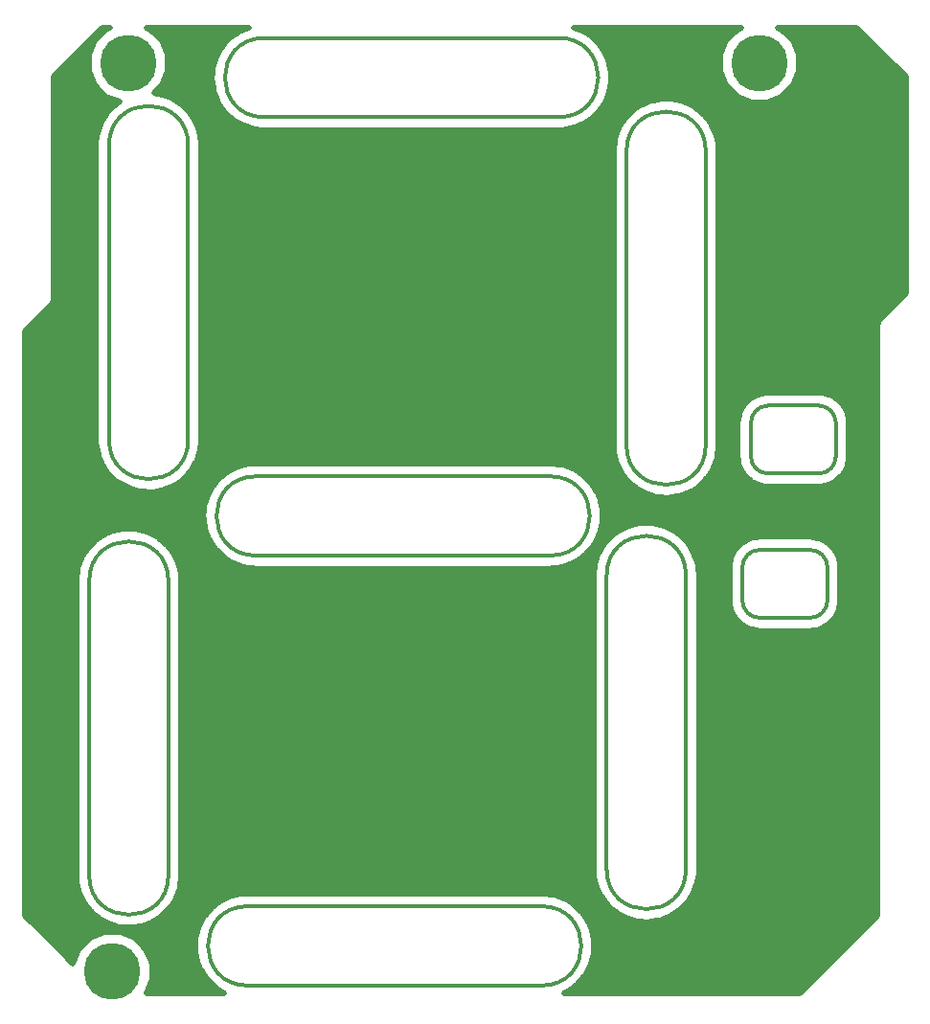
<source format=gbr>
G04 #@! TF.GenerationSoftware,KiCad,Pcbnew,(5.0.0)*
G04 #@! TF.CreationDate,2020-08-12T18:59:31-04:00*
G04 #@! TF.ProjectId,WS2812 Clock,57533238313220436C6F636B2E6B6963,rev?*
G04 #@! TF.SameCoordinates,Original*
G04 #@! TF.FileFunction,Copper,L1,Top,Signal*
G04 #@! TF.FilePolarity,Positive*
%FSLAX46Y46*%
G04 Gerber Fmt 4.6, Leading zero omitted, Abs format (unit mm)*
G04 Created by KiCad (PCBNEW (5.0.0)) date 08/12/20 18:59:31*
%MOMM*%
%LPD*%
G01*
G04 APERTURE LIST*
G04 #@! TA.AperFunction,EtchedComponent*
%ADD10C,0.300000*%
G04 #@! TD*
G04 #@! TA.AperFunction,ComponentPad*
%ADD11C,5.000000*%
G04 #@! TD*
G04 #@! TA.AperFunction,NonConductor*
%ADD12C,0.500000*%
G04 #@! TD*
G04 APERTURE END LIST*
D10*
G04 #@! TO.C,REF\002A\002A*
X236750000Y-70500000D02*
X241250000Y-70500000D01*
X236750000Y-70500000D02*
G75*
G02X235250000Y-69000000I0J1500000D01*
G01*
X235250000Y-66000000D02*
X235250000Y-69000000D01*
X235250000Y-66000000D02*
G75*
G02X236750000Y-64500000I1500000J0D01*
G01*
X241250000Y-64500000D02*
X236750000Y-64500000D01*
X241250000Y-64500000D02*
G75*
G02X242750000Y-66000000I0J-1500000D01*
G01*
X242750000Y-69000000D02*
X242750000Y-66000000D01*
X242750000Y-69000000D02*
G75*
G02X241250000Y-70500000I-1500000J0D01*
G01*
X218250000Y-39000000D02*
G75*
G03X218250000Y-32000000I0J3500000D01*
G01*
X218250000Y-32000000D02*
X192250000Y-32000000D01*
X192250000Y-39000000D02*
G75*
G02X192250000Y-32000000I0J3500000D01*
G01*
X192250000Y-39000000D02*
X218250000Y-39000000D01*
X191500000Y-70750000D02*
G75*
G03X191500000Y-77750000I0J-3500000D01*
G01*
X191500000Y-77750000D02*
X217500000Y-77750000D01*
X217500000Y-70750000D02*
G75*
G02X217500000Y-77750000I0J-3500000D01*
G01*
X217500000Y-70750000D02*
X191500000Y-70750000D01*
X178500000Y-67500000D02*
G75*
G03X185500000Y-67500000I3500000J0D01*
G01*
X185500000Y-67500000D02*
X185500000Y-41500000D01*
X178500000Y-41500000D02*
G75*
G02X185500000Y-41500000I3500000J0D01*
G01*
X178500000Y-41500000D02*
X178500000Y-67500000D01*
X222500000Y-105500000D02*
G75*
G03X229500000Y-105500000I3500000J0D01*
G01*
X229500000Y-105500000D02*
X229500000Y-79500000D01*
X222500000Y-79500000D02*
G75*
G02X229500000Y-79500000I3500000J0D01*
G01*
X222500000Y-79500000D02*
X222500000Y-105500000D01*
X176750000Y-106000000D02*
G75*
G03X183750000Y-106000000I3500000J0D01*
G01*
X183750000Y-106000000D02*
X183750000Y-80000000D01*
X176750000Y-80000000D02*
G75*
G02X183750000Y-80000000I3500000J0D01*
G01*
X176750000Y-80000000D02*
X176750000Y-106000000D01*
X216750000Y-115750000D02*
G75*
G03X216750000Y-108750000I0J3500000D01*
G01*
X216750000Y-108750000D02*
X190750000Y-108750000D01*
X190750000Y-115750000D02*
G75*
G02X190750000Y-108750000I0J3500000D01*
G01*
X190750000Y-115750000D02*
X216750000Y-115750000D01*
X224250000Y-68000000D02*
G75*
G03X231250000Y-68000000I3500000J0D01*
G01*
X231250000Y-68000000D02*
X231250000Y-42000000D01*
X224250000Y-42000000D02*
G75*
G02X231250000Y-42000000I3500000J0D01*
G01*
X224250000Y-42000000D02*
X224250000Y-68000000D01*
X242000000Y-81750000D02*
G75*
G02X240500000Y-83250000I-1500000J0D01*
G01*
X242000000Y-81750000D02*
X242000000Y-78750000D01*
X240500000Y-77250000D02*
G75*
G02X242000000Y-78750000I0J-1500000D01*
G01*
X240500000Y-77250000D02*
X236000000Y-77250000D01*
X234500000Y-78750000D02*
G75*
G02X236000000Y-77250000I1500000J0D01*
G01*
X234500000Y-78750000D02*
X234500000Y-81750000D01*
X236000000Y-83250000D02*
G75*
G02X234500000Y-81750000I0J1500000D01*
G01*
X236000000Y-83250000D02*
X240500000Y-83250000D01*
G04 #@! TD*
D11*
G04 #@! TO.P,REF\002A\002A,1*
G04 #@! TO.N,N/C*
X236000000Y-34200000D03*
G04 #@! TD*
G04 #@! TO.P,REF\002A\002A,1*
G04 #@! TO.N,N/C*
X180200000Y-34200000D03*
G04 #@! TD*
G04 #@! TO.P,REF\002A\002A,1*
G04 #@! TO.N,N/C*
X178800000Y-114500000D03*
G04 #@! TD*
D12*
G36*
X178217409Y-31232843D02*
X177232843Y-32217409D01*
X176700000Y-33503807D01*
X176700000Y-34896193D01*
X177232843Y-36182591D01*
X178217409Y-37167157D01*
X179411449Y-37661744D01*
X179085184Y-37883473D01*
X179039279Y-37922542D01*
X178989303Y-37956251D01*
X178896019Y-38044466D01*
X178376584Y-38593752D01*
X178340137Y-38641769D01*
X178298568Y-38685421D01*
X178226408Y-38791600D01*
X178226402Y-38791609D01*
X178226402Y-38791610D01*
X177837036Y-39439625D01*
X177811752Y-39494345D01*
X177780525Y-39545907D01*
X177732846Y-39665113D01*
X177732846Y-39665115D01*
X177491714Y-40381622D01*
X177478770Y-40440495D01*
X177459343Y-40497561D01*
X177438373Y-40624227D01*
X177362201Y-41325399D01*
X177350000Y-41386740D01*
X177350001Y-67613261D01*
X177356309Y-67644975D01*
X177373605Y-67954335D01*
X177378539Y-67984138D01*
X177378539Y-68014341D01*
X177399508Y-68141007D01*
X177564424Y-68878796D01*
X177583849Y-68935857D01*
X177596794Y-68994733D01*
X177644474Y-69113940D01*
X177963971Y-69799105D01*
X177995197Y-69850666D01*
X178020483Y-69905389D01*
X178092648Y-70011577D01*
X178551822Y-70612151D01*
X178593393Y-70655805D01*
X178629837Y-70703818D01*
X178723121Y-70792033D01*
X179300549Y-71279997D01*
X179350517Y-71313701D01*
X179396429Y-71352775D01*
X179506480Y-71418900D01*
X180175219Y-71771486D01*
X180231267Y-71793677D01*
X180284492Y-71821977D01*
X180406175Y-71862928D01*
X181135027Y-72063687D01*
X181194531Y-72073324D01*
X181252591Y-72089535D01*
X181380229Y-72103401D01*
X182135188Y-72142967D01*
X182195375Y-72139602D01*
X182255562Y-72142967D01*
X182383200Y-72129101D01*
X183129044Y-72005627D01*
X183187101Y-71989417D01*
X183246608Y-71979779D01*
X183368292Y-71938828D01*
X184070222Y-71658076D01*
X184123447Y-71629776D01*
X184179495Y-71607585D01*
X184289546Y-71541460D01*
X184914815Y-71116527D01*
X184960723Y-71077457D01*
X185010696Y-71043749D01*
X185103981Y-70955535D01*
X185623416Y-70406248D01*
X185659865Y-70358228D01*
X185701432Y-70314578D01*
X185773598Y-70208390D01*
X186162964Y-69560375D01*
X186188248Y-69505655D01*
X186219475Y-69454093D01*
X186267154Y-69334886D01*
X186267155Y-69334884D01*
X186267156Y-69334881D01*
X186508286Y-68618378D01*
X186521231Y-68559502D01*
X186540657Y-68502438D01*
X186561627Y-68375773D01*
X186637798Y-67674603D01*
X186650000Y-67613261D01*
X186650000Y-41886740D01*
X223100000Y-41886740D01*
X223100001Y-68113261D01*
X223106309Y-68144975D01*
X223123605Y-68454335D01*
X223128539Y-68484138D01*
X223128539Y-68514341D01*
X223149508Y-68641007D01*
X223314424Y-69378796D01*
X223333849Y-69435857D01*
X223346794Y-69494733D01*
X223394474Y-69613940D01*
X223713971Y-70299105D01*
X223745197Y-70350666D01*
X223770483Y-70405389D01*
X223842648Y-70511577D01*
X224301822Y-71112151D01*
X224343393Y-71155805D01*
X224379837Y-71203818D01*
X224473121Y-71292033D01*
X225050549Y-71779997D01*
X225100517Y-71813701D01*
X225146429Y-71852775D01*
X225256480Y-71918900D01*
X225925219Y-72271486D01*
X225981267Y-72293677D01*
X226034492Y-72321977D01*
X226156175Y-72362928D01*
X226885027Y-72563687D01*
X226944531Y-72573324D01*
X227002591Y-72589535D01*
X227130229Y-72603401D01*
X227885188Y-72642967D01*
X227945375Y-72639602D01*
X228005562Y-72642967D01*
X228133200Y-72629101D01*
X228879044Y-72505627D01*
X228937101Y-72489417D01*
X228996608Y-72479779D01*
X229118292Y-72438828D01*
X229820222Y-72158076D01*
X229873447Y-72129776D01*
X229929495Y-72107585D01*
X230039546Y-72041460D01*
X230664815Y-71616527D01*
X230710723Y-71577457D01*
X230760696Y-71543749D01*
X230853981Y-71455535D01*
X231373416Y-70906248D01*
X231409865Y-70858228D01*
X231451432Y-70814578D01*
X231523598Y-70708390D01*
X231912964Y-70060375D01*
X231938248Y-70005655D01*
X231969475Y-69954093D01*
X232017154Y-69834886D01*
X232017155Y-69834884D01*
X232017156Y-69834881D01*
X232258286Y-69118378D01*
X232271231Y-69059502D01*
X232290657Y-69002438D01*
X232311627Y-68875773D01*
X232387798Y-68174603D01*
X232400000Y-68113261D01*
X232400000Y-65886740D01*
X234100000Y-65886740D01*
X234100001Y-69113261D01*
X234114161Y-69184450D01*
X234156193Y-69517168D01*
X234175701Y-69582399D01*
X234181043Y-69650273D01*
X234245327Y-69838031D01*
X234444491Y-70288530D01*
X234494211Y-70364222D01*
X234530180Y-70447341D01*
X234651817Y-70604153D01*
X234986167Y-70965853D01*
X235057730Y-71021363D01*
X235118683Y-71088349D01*
X235284556Y-71197307D01*
X235718041Y-71431202D01*
X235803724Y-71460538D01*
X235883086Y-71504167D01*
X236075309Y-71553522D01*
X236543398Y-71631433D01*
X236636739Y-71650000D01*
X241363261Y-71650000D01*
X241434464Y-71635837D01*
X241767168Y-71593807D01*
X241832399Y-71574299D01*
X241900273Y-71568957D01*
X242088031Y-71504673D01*
X242538530Y-71305509D01*
X242614222Y-71255789D01*
X242697341Y-71219820D01*
X242854153Y-71098183D01*
X243215853Y-70763833D01*
X243271363Y-70692270D01*
X243338349Y-70631317D01*
X243447307Y-70465444D01*
X243681202Y-70031959D01*
X243710538Y-69946276D01*
X243754167Y-69866914D01*
X243803522Y-69674691D01*
X243881433Y-69206602D01*
X243900000Y-69113261D01*
X243900000Y-65886739D01*
X243885837Y-65815536D01*
X243843807Y-65482833D01*
X243824299Y-65417603D01*
X243818957Y-65349727D01*
X243754673Y-65161969D01*
X243555509Y-64711470D01*
X243505788Y-64635778D01*
X243469820Y-64552659D01*
X243348183Y-64395847D01*
X243348182Y-64395846D01*
X243348181Y-64395844D01*
X243348178Y-64395842D01*
X243013833Y-64034148D01*
X242942275Y-63978641D01*
X242881318Y-63911651D01*
X242715445Y-63802694D01*
X242281959Y-63568798D01*
X242196276Y-63539462D01*
X242116914Y-63495833D01*
X241924691Y-63446478D01*
X241456602Y-63368567D01*
X241363261Y-63350000D01*
X236636739Y-63350000D01*
X236565536Y-63364163D01*
X236232833Y-63406193D01*
X236167603Y-63425701D01*
X236099727Y-63431043D01*
X235911969Y-63495327D01*
X235461470Y-63694491D01*
X235385778Y-63744212D01*
X235302659Y-63780180D01*
X235145847Y-63901817D01*
X235145844Y-63901819D01*
X235145842Y-63901822D01*
X234784148Y-64236167D01*
X234728641Y-64307725D01*
X234661651Y-64368682D01*
X234552694Y-64534555D01*
X234318798Y-64968041D01*
X234289462Y-65053724D01*
X234245833Y-65133086D01*
X234196478Y-65325309D01*
X234118566Y-65793404D01*
X234100000Y-65886740D01*
X232400000Y-65886740D01*
X232400000Y-41886739D01*
X232393690Y-41855018D01*
X232376395Y-41545665D01*
X232371461Y-41515862D01*
X232371461Y-41485659D01*
X232350492Y-41358993D01*
X232185576Y-40621204D01*
X232166150Y-40564142D01*
X232153206Y-40505268D01*
X232105527Y-40386060D01*
X231786029Y-39700895D01*
X231754803Y-39649334D01*
X231729517Y-39594611D01*
X231657352Y-39488423D01*
X231198179Y-38887850D01*
X231156608Y-38844196D01*
X231120163Y-38796182D01*
X231026879Y-38707967D01*
X230449452Y-38220003D01*
X230399475Y-38186293D01*
X230353570Y-38147225D01*
X230243528Y-38081106D01*
X230243520Y-38081100D01*
X230243516Y-38081098D01*
X229574781Y-37728514D01*
X229518735Y-37706324D01*
X229465509Y-37678023D01*
X229343825Y-37637072D01*
X228614973Y-37436313D01*
X228555469Y-37426675D01*
X228497409Y-37410465D01*
X228369771Y-37396599D01*
X227614812Y-37357033D01*
X227554625Y-37360398D01*
X227494437Y-37357033D01*
X227366799Y-37370899D01*
X226620956Y-37494373D01*
X226562898Y-37510583D01*
X226503392Y-37520221D01*
X226381708Y-37561172D01*
X225679777Y-37841924D01*
X225626551Y-37870225D01*
X225570505Y-37892415D01*
X225460468Y-37958532D01*
X225460454Y-37958540D01*
X225460448Y-37958545D01*
X224835184Y-38383473D01*
X224789279Y-38422542D01*
X224739303Y-38456251D01*
X224646019Y-38544466D01*
X224126584Y-39093752D01*
X224090137Y-39141769D01*
X224048568Y-39185421D01*
X223976408Y-39291600D01*
X223976402Y-39291609D01*
X223976402Y-39291610D01*
X223587036Y-39939625D01*
X223561752Y-39994345D01*
X223530525Y-40045907D01*
X223482846Y-40165113D01*
X223482846Y-40165115D01*
X223241714Y-40881622D01*
X223228770Y-40940495D01*
X223209343Y-40997561D01*
X223188373Y-41124227D01*
X223112201Y-41825399D01*
X223100000Y-41886740D01*
X186650000Y-41886740D01*
X186650000Y-41386739D01*
X186643690Y-41355018D01*
X186626395Y-41045665D01*
X186621461Y-41015862D01*
X186621461Y-40985659D01*
X186600492Y-40858993D01*
X186435576Y-40121204D01*
X186416150Y-40064142D01*
X186403206Y-40005268D01*
X186355527Y-39886060D01*
X186036029Y-39200895D01*
X186004803Y-39149334D01*
X185979517Y-39094611D01*
X185907352Y-38988423D01*
X185448179Y-38387850D01*
X185406608Y-38344196D01*
X185370163Y-38296182D01*
X185276879Y-38207967D01*
X184699452Y-37720003D01*
X184649475Y-37686293D01*
X184603570Y-37647225D01*
X184493528Y-37581106D01*
X184493520Y-37581100D01*
X184493516Y-37581098D01*
X183824781Y-37228514D01*
X183768735Y-37206324D01*
X183715509Y-37178023D01*
X183593825Y-37137072D01*
X182864973Y-36936313D01*
X182805469Y-36926675D01*
X182747409Y-36910465D01*
X182619771Y-36896599D01*
X182461446Y-36888302D01*
X183167157Y-36182591D01*
X183700000Y-34896193D01*
X183700000Y-33503807D01*
X183167157Y-32217409D01*
X182182591Y-31232843D01*
X181801524Y-31075000D01*
X190840138Y-31075000D01*
X190814142Y-31083850D01*
X190755268Y-31096794D01*
X190636060Y-31144473D01*
X189950895Y-31463971D01*
X189899334Y-31495197D01*
X189844611Y-31520483D01*
X189738423Y-31592648D01*
X189137850Y-32051821D01*
X189094196Y-32093392D01*
X189046182Y-32129837D01*
X188957967Y-32223121D01*
X188470003Y-32800548D01*
X188436293Y-32850525D01*
X188397225Y-32896430D01*
X188331106Y-33006472D01*
X188331100Y-33006480D01*
X188331100Y-33006481D01*
X187978514Y-33675219D01*
X187956324Y-33731265D01*
X187928023Y-33784491D01*
X187887072Y-33906175D01*
X187686313Y-34635027D01*
X187676675Y-34694531D01*
X187660465Y-34752591D01*
X187646599Y-34880229D01*
X187607033Y-35635188D01*
X187610398Y-35695375D01*
X187607033Y-35755562D01*
X187620899Y-35883200D01*
X187744373Y-36629044D01*
X187760583Y-36687101D01*
X187770221Y-36746608D01*
X187811172Y-36868292D01*
X188091924Y-37570222D01*
X188120224Y-37623447D01*
X188142415Y-37679495D01*
X188208540Y-37789546D01*
X188633473Y-38414815D01*
X188672543Y-38460723D01*
X188706251Y-38510696D01*
X188794465Y-38603981D01*
X189343752Y-39123416D01*
X189391772Y-39159865D01*
X189435422Y-39201432D01*
X189541610Y-39273598D01*
X190189625Y-39662964D01*
X190244345Y-39688248D01*
X190295907Y-39719475D01*
X190415113Y-39767154D01*
X190415119Y-39767156D01*
X191131622Y-40008286D01*
X191190498Y-40021231D01*
X191247562Y-40040657D01*
X191374227Y-40061627D01*
X192075397Y-40137798D01*
X192136739Y-40150000D01*
X218363261Y-40150000D01*
X218394982Y-40143690D01*
X218704335Y-40126395D01*
X218734138Y-40121461D01*
X218764341Y-40121461D01*
X218891007Y-40100492D01*
X219628796Y-39935576D01*
X219685857Y-39916151D01*
X219744733Y-39903206D01*
X219863940Y-39855526D01*
X220549105Y-39536029D01*
X220600666Y-39504803D01*
X220655389Y-39479517D01*
X220761577Y-39407352D01*
X221362151Y-38948178D01*
X221405805Y-38906607D01*
X221453818Y-38870163D01*
X221542033Y-38776879D01*
X222029997Y-38199451D01*
X222063701Y-38149483D01*
X222102775Y-38103571D01*
X222168900Y-37993520D01*
X222521486Y-37324781D01*
X222543677Y-37268733D01*
X222571977Y-37215508D01*
X222612928Y-37093825D01*
X222813687Y-36364973D01*
X222823324Y-36305469D01*
X222839535Y-36247409D01*
X222853401Y-36119771D01*
X222892967Y-35364812D01*
X222889602Y-35304624D01*
X222892967Y-35244437D01*
X222879101Y-35116799D01*
X222755627Y-34370956D01*
X222739417Y-34312898D01*
X222729779Y-34253392D01*
X222688828Y-34131708D01*
X222408076Y-33429777D01*
X222379775Y-33376551D01*
X222357585Y-33320505D01*
X222291468Y-33210468D01*
X222291460Y-33210454D01*
X222291455Y-33210448D01*
X221866527Y-32585184D01*
X221827458Y-32539279D01*
X221793749Y-32489303D01*
X221705534Y-32396019D01*
X221156248Y-31876584D01*
X221108231Y-31840137D01*
X221064579Y-31798568D01*
X220958400Y-31726408D01*
X220958391Y-31726402D01*
X220958387Y-31726400D01*
X220310375Y-31337036D01*
X220255655Y-31311752D01*
X220204093Y-31280525D01*
X220084886Y-31232846D01*
X220084887Y-31232846D01*
X220084881Y-31232844D01*
X219615857Y-31075000D01*
X234398476Y-31075000D01*
X234017409Y-31232843D01*
X233032843Y-32217409D01*
X232500000Y-33503807D01*
X232500000Y-34896193D01*
X233032843Y-36182591D01*
X234017409Y-37167157D01*
X235303807Y-37700000D01*
X236696193Y-37700000D01*
X237982591Y-37167157D01*
X238967157Y-36182591D01*
X239500000Y-34896193D01*
X239500000Y-33503807D01*
X238967157Y-32217409D01*
X237982591Y-31232843D01*
X237601524Y-31075000D01*
X244554722Y-31075000D01*
X248925001Y-35445280D01*
X248925000Y-54554721D01*
X246814726Y-56664996D01*
X246724970Y-56724969D01*
X246664997Y-56814725D01*
X246664996Y-56814726D01*
X246487373Y-57080557D01*
X246403941Y-57500000D01*
X246425001Y-57605876D01*
X246425000Y-80105874D01*
X246425001Y-80105879D01*
X246425000Y-89894125D01*
X246425000Y-89894126D01*
X246425001Y-109554720D01*
X244314728Y-111664994D01*
X244314725Y-111664996D01*
X239554722Y-116425000D01*
X218751080Y-116425000D01*
X219049105Y-116286029D01*
X219100666Y-116254803D01*
X219155389Y-116229517D01*
X219261577Y-116157352D01*
X219862151Y-115698178D01*
X219905805Y-115656607D01*
X219953818Y-115620163D01*
X220042033Y-115526879D01*
X220529997Y-114949451D01*
X220563701Y-114899483D01*
X220602775Y-114853571D01*
X220668900Y-114743520D01*
X221021486Y-114074781D01*
X221043677Y-114018733D01*
X221071977Y-113965508D01*
X221112928Y-113843825D01*
X221313687Y-113114973D01*
X221323324Y-113055469D01*
X221339535Y-112997409D01*
X221353401Y-112869771D01*
X221392967Y-112114812D01*
X221389602Y-112054625D01*
X221392967Y-111994437D01*
X221379101Y-111866799D01*
X221255627Y-111120956D01*
X221239417Y-111062898D01*
X221229779Y-111003392D01*
X221188828Y-110881708D01*
X220908076Y-110179777D01*
X220879775Y-110126551D01*
X220857585Y-110070505D01*
X220791468Y-109960468D01*
X220791460Y-109960454D01*
X220791455Y-109960448D01*
X220366527Y-109335184D01*
X220327458Y-109289279D01*
X220293749Y-109239303D01*
X220205534Y-109146019D01*
X219656248Y-108626584D01*
X219608231Y-108590137D01*
X219564579Y-108548568D01*
X219458400Y-108476408D01*
X219458391Y-108476402D01*
X219458387Y-108476400D01*
X218810375Y-108087036D01*
X218755655Y-108061752D01*
X218704093Y-108030525D01*
X218584886Y-107982846D01*
X218584887Y-107982846D01*
X218584881Y-107982844D01*
X217868378Y-107741714D01*
X217809505Y-107728770D01*
X217752439Y-107709343D01*
X217625773Y-107688373D01*
X216924603Y-107612202D01*
X216863261Y-107600000D01*
X190636739Y-107600000D01*
X190605018Y-107606310D01*
X190295665Y-107623605D01*
X190265862Y-107628539D01*
X190235659Y-107628539D01*
X190108993Y-107649508D01*
X189371204Y-107814424D01*
X189314142Y-107833850D01*
X189255268Y-107846794D01*
X189136060Y-107894473D01*
X188450895Y-108213971D01*
X188399334Y-108245197D01*
X188344611Y-108270483D01*
X188238423Y-108342648D01*
X187637850Y-108801821D01*
X187594196Y-108843392D01*
X187546182Y-108879837D01*
X187457967Y-108973121D01*
X186970003Y-109550548D01*
X186936293Y-109600525D01*
X186897225Y-109646430D01*
X186831106Y-109756472D01*
X186831100Y-109756480D01*
X186831100Y-109756481D01*
X186478514Y-110425219D01*
X186456324Y-110481265D01*
X186428023Y-110534491D01*
X186387072Y-110656175D01*
X186186313Y-111385027D01*
X186176675Y-111444531D01*
X186160465Y-111502591D01*
X186146599Y-111630229D01*
X186107033Y-112385188D01*
X186110398Y-112445375D01*
X186107033Y-112505562D01*
X186120899Y-112633200D01*
X186244373Y-113379044D01*
X186260583Y-113437101D01*
X186270221Y-113496608D01*
X186311172Y-113618292D01*
X186591924Y-114320222D01*
X186620224Y-114373447D01*
X186642415Y-114429495D01*
X186708540Y-114539546D01*
X187133473Y-115164815D01*
X187172543Y-115210723D01*
X187206251Y-115260696D01*
X187294465Y-115353981D01*
X187843752Y-115873416D01*
X187891772Y-115909865D01*
X187935422Y-115951432D01*
X188041610Y-116023598D01*
X188689625Y-116412964D01*
X188715673Y-116425000D01*
X181791012Y-116425000D01*
X182300000Y-115196193D01*
X182300000Y-113803807D01*
X181767157Y-112517409D01*
X180782591Y-111532843D01*
X179496193Y-111000000D01*
X178103807Y-111000000D01*
X176817409Y-111532843D01*
X175832843Y-112517409D01*
X175307054Y-113786776D01*
X173335006Y-111814728D01*
X173335004Y-111814725D01*
X171075000Y-109554722D01*
X171075000Y-79886740D01*
X175600000Y-79886740D01*
X175600001Y-106113261D01*
X175606309Y-106144975D01*
X175623605Y-106454335D01*
X175628539Y-106484138D01*
X175628539Y-106514341D01*
X175649508Y-106641007D01*
X175814424Y-107378796D01*
X175833849Y-107435857D01*
X175846794Y-107494733D01*
X175894474Y-107613940D01*
X176213971Y-108299105D01*
X176245197Y-108350666D01*
X176270483Y-108405389D01*
X176342648Y-108511577D01*
X176801822Y-109112151D01*
X176843393Y-109155805D01*
X176879837Y-109203818D01*
X176973121Y-109292033D01*
X177550549Y-109779997D01*
X177600517Y-109813701D01*
X177646429Y-109852775D01*
X177756480Y-109918900D01*
X178425219Y-110271486D01*
X178481267Y-110293677D01*
X178534492Y-110321977D01*
X178656175Y-110362928D01*
X179385027Y-110563687D01*
X179444531Y-110573324D01*
X179502591Y-110589535D01*
X179630229Y-110603401D01*
X180385188Y-110642967D01*
X180445375Y-110639602D01*
X180505562Y-110642967D01*
X180633200Y-110629101D01*
X181379044Y-110505627D01*
X181437101Y-110489417D01*
X181496608Y-110479779D01*
X181618292Y-110438828D01*
X182320222Y-110158076D01*
X182373447Y-110129776D01*
X182429495Y-110107585D01*
X182539546Y-110041460D01*
X183164815Y-109616527D01*
X183210723Y-109577457D01*
X183260696Y-109543749D01*
X183353981Y-109455535D01*
X183873416Y-108906248D01*
X183909865Y-108858228D01*
X183951432Y-108814578D01*
X184023598Y-108708390D01*
X184412964Y-108060375D01*
X184438248Y-108005655D01*
X184469475Y-107954093D01*
X184517154Y-107834886D01*
X184517155Y-107834884D01*
X184517156Y-107834881D01*
X184758286Y-107118378D01*
X184771231Y-107059502D01*
X184790657Y-107002438D01*
X184811627Y-106875773D01*
X184887798Y-106174603D01*
X184900000Y-106113261D01*
X184900000Y-79886739D01*
X184893690Y-79855018D01*
X184876395Y-79545665D01*
X184871461Y-79515862D01*
X184871461Y-79485659D01*
X184855086Y-79386740D01*
X221350000Y-79386740D01*
X221350001Y-105613261D01*
X221356309Y-105644975D01*
X221373605Y-105954335D01*
X221378539Y-105984138D01*
X221378539Y-106014341D01*
X221399508Y-106141007D01*
X221564424Y-106878796D01*
X221583849Y-106935857D01*
X221596794Y-106994733D01*
X221644474Y-107113940D01*
X221963971Y-107799105D01*
X221995197Y-107850666D01*
X222020483Y-107905389D01*
X222092648Y-108011577D01*
X222551822Y-108612151D01*
X222593393Y-108655805D01*
X222629837Y-108703818D01*
X222723121Y-108792033D01*
X223300549Y-109279997D01*
X223350517Y-109313701D01*
X223396429Y-109352775D01*
X223506480Y-109418900D01*
X224175219Y-109771486D01*
X224231267Y-109793677D01*
X224284492Y-109821977D01*
X224406175Y-109862928D01*
X225135027Y-110063687D01*
X225194531Y-110073324D01*
X225252591Y-110089535D01*
X225380229Y-110103401D01*
X226135188Y-110142967D01*
X226195375Y-110139602D01*
X226255562Y-110142967D01*
X226383200Y-110129101D01*
X227129044Y-110005627D01*
X227187101Y-109989417D01*
X227246608Y-109979779D01*
X227368292Y-109938828D01*
X228070222Y-109658076D01*
X228123447Y-109629776D01*
X228179495Y-109607585D01*
X228289546Y-109541460D01*
X228914815Y-109116527D01*
X228960723Y-109077457D01*
X229010696Y-109043749D01*
X229103981Y-108955535D01*
X229623416Y-108406248D01*
X229659865Y-108358228D01*
X229701432Y-108314578D01*
X229773598Y-108208390D01*
X230162964Y-107560375D01*
X230188248Y-107505655D01*
X230219475Y-107454093D01*
X230267154Y-107334886D01*
X230267155Y-107334884D01*
X230267156Y-107334881D01*
X230508286Y-106618378D01*
X230521231Y-106559502D01*
X230540657Y-106502438D01*
X230561627Y-106375773D01*
X230637798Y-105674603D01*
X230650000Y-105613261D01*
X230650000Y-79386739D01*
X230643690Y-79355018D01*
X230626395Y-79045665D01*
X230621461Y-79015862D01*
X230621461Y-78985659D01*
X230600492Y-78858993D01*
X230550813Y-78636740D01*
X233350000Y-78636740D01*
X233350001Y-81863261D01*
X233364161Y-81934450D01*
X233406193Y-82267168D01*
X233425701Y-82332399D01*
X233431043Y-82400273D01*
X233495327Y-82588031D01*
X233694491Y-83038530D01*
X233744211Y-83114222D01*
X233780180Y-83197341D01*
X233901817Y-83354153D01*
X234236167Y-83715853D01*
X234307730Y-83771363D01*
X234368683Y-83838349D01*
X234534556Y-83947307D01*
X234968041Y-84181202D01*
X235053724Y-84210538D01*
X235133086Y-84254167D01*
X235325309Y-84303522D01*
X235793398Y-84381433D01*
X235886739Y-84400000D01*
X240613261Y-84400000D01*
X240684464Y-84385837D01*
X241017168Y-84343807D01*
X241082399Y-84324299D01*
X241150273Y-84318957D01*
X241338031Y-84254673D01*
X241788530Y-84055509D01*
X241864222Y-84005789D01*
X241947341Y-83969820D01*
X242104153Y-83848183D01*
X242465853Y-83513833D01*
X242521363Y-83442270D01*
X242588349Y-83381317D01*
X242697307Y-83215444D01*
X242931202Y-82781959D01*
X242960538Y-82696276D01*
X243004167Y-82616914D01*
X243053522Y-82424691D01*
X243131433Y-81956602D01*
X243150000Y-81863261D01*
X243150000Y-78636739D01*
X243135837Y-78565536D01*
X243093807Y-78232833D01*
X243074299Y-78167603D01*
X243068957Y-78099727D01*
X243004673Y-77911969D01*
X242805509Y-77461470D01*
X242755788Y-77385778D01*
X242719820Y-77302659D01*
X242598183Y-77145847D01*
X242598182Y-77145846D01*
X242598181Y-77145844D01*
X242598178Y-77145842D01*
X242263833Y-76784148D01*
X242192275Y-76728641D01*
X242131318Y-76661651D01*
X241965445Y-76552694D01*
X241531959Y-76318798D01*
X241446276Y-76289462D01*
X241366914Y-76245833D01*
X241174691Y-76196478D01*
X240706602Y-76118567D01*
X240613261Y-76100000D01*
X235886739Y-76100000D01*
X235815536Y-76114163D01*
X235482833Y-76156193D01*
X235417603Y-76175701D01*
X235349727Y-76181043D01*
X235161969Y-76245327D01*
X234711470Y-76444491D01*
X234635778Y-76494212D01*
X234552659Y-76530180D01*
X234395847Y-76651817D01*
X234395844Y-76651819D01*
X234395842Y-76651822D01*
X234034148Y-76986167D01*
X233978641Y-77057725D01*
X233911651Y-77118682D01*
X233802694Y-77284555D01*
X233568798Y-77718041D01*
X233539462Y-77803724D01*
X233495833Y-77883086D01*
X233446478Y-78075309D01*
X233368566Y-78543404D01*
X233350000Y-78636740D01*
X230550813Y-78636740D01*
X230435576Y-78121204D01*
X230416150Y-78064142D01*
X230403206Y-78005268D01*
X230355527Y-77886060D01*
X230036029Y-77200895D01*
X230004803Y-77149334D01*
X229979517Y-77094611D01*
X229907352Y-76988423D01*
X229448179Y-76387850D01*
X229406608Y-76344196D01*
X229370163Y-76296182D01*
X229276879Y-76207967D01*
X228699452Y-75720003D01*
X228649475Y-75686293D01*
X228603570Y-75647225D01*
X228493528Y-75581106D01*
X228493520Y-75581100D01*
X228493516Y-75581098D01*
X227824781Y-75228514D01*
X227768735Y-75206324D01*
X227715509Y-75178023D01*
X227593825Y-75137072D01*
X226864973Y-74936313D01*
X226805469Y-74926675D01*
X226747409Y-74910465D01*
X226619771Y-74896599D01*
X225864812Y-74857033D01*
X225804625Y-74860398D01*
X225744437Y-74857033D01*
X225616799Y-74870899D01*
X224870956Y-74994373D01*
X224812898Y-75010583D01*
X224753392Y-75020221D01*
X224631708Y-75061172D01*
X223929777Y-75341924D01*
X223876551Y-75370225D01*
X223820505Y-75392415D01*
X223710468Y-75458532D01*
X223710454Y-75458540D01*
X223710448Y-75458545D01*
X223085184Y-75883473D01*
X223039279Y-75922542D01*
X222989303Y-75956251D01*
X222896019Y-76044466D01*
X222376584Y-76593752D01*
X222340137Y-76641769D01*
X222298568Y-76685421D01*
X222226408Y-76791600D01*
X222226402Y-76791609D01*
X222226402Y-76791610D01*
X221837036Y-77439625D01*
X221811752Y-77494345D01*
X221780525Y-77545907D01*
X221732846Y-77665113D01*
X221732846Y-77665115D01*
X221491714Y-78381622D01*
X221478770Y-78440495D01*
X221459343Y-78497561D01*
X221438373Y-78624227D01*
X221362201Y-79325399D01*
X221350000Y-79386740D01*
X184855086Y-79386740D01*
X184850492Y-79358993D01*
X184685576Y-78621204D01*
X184666150Y-78564142D01*
X184653206Y-78505268D01*
X184605527Y-78386060D01*
X184286029Y-77700895D01*
X184254803Y-77649334D01*
X184229517Y-77594611D01*
X184157352Y-77488423D01*
X183698179Y-76887850D01*
X183656608Y-76844196D01*
X183620163Y-76796182D01*
X183526879Y-76707967D01*
X182949452Y-76220003D01*
X182899475Y-76186293D01*
X182853570Y-76147225D01*
X182743528Y-76081106D01*
X182743520Y-76081100D01*
X182743516Y-76081098D01*
X182074781Y-75728514D01*
X182018735Y-75706324D01*
X181965509Y-75678023D01*
X181843825Y-75637072D01*
X181114973Y-75436313D01*
X181055469Y-75426675D01*
X180997409Y-75410465D01*
X180869771Y-75396599D01*
X180114812Y-75357033D01*
X180054625Y-75360398D01*
X179994437Y-75357033D01*
X179866799Y-75370899D01*
X179120956Y-75494373D01*
X179062898Y-75510583D01*
X179003392Y-75520221D01*
X178881708Y-75561172D01*
X178179777Y-75841924D01*
X178126551Y-75870225D01*
X178070505Y-75892415D01*
X177960468Y-75958532D01*
X177960454Y-75958540D01*
X177960448Y-75958545D01*
X177335184Y-76383473D01*
X177289279Y-76422542D01*
X177239303Y-76456251D01*
X177146019Y-76544466D01*
X176626584Y-77093752D01*
X176590137Y-77141769D01*
X176548568Y-77185421D01*
X176476408Y-77291600D01*
X176476402Y-77291609D01*
X176476402Y-77291610D01*
X176087036Y-77939625D01*
X176061752Y-77994345D01*
X176030525Y-78045907D01*
X175982846Y-78165113D01*
X175982846Y-78165115D01*
X175741714Y-78881622D01*
X175728770Y-78940495D01*
X175709343Y-78997561D01*
X175688373Y-79124227D01*
X175612201Y-79825399D01*
X175600000Y-79886740D01*
X171075000Y-79886740D01*
X171075000Y-74385188D01*
X186857033Y-74385188D01*
X186860398Y-74445375D01*
X186857033Y-74505562D01*
X186870899Y-74633200D01*
X186994373Y-75379044D01*
X187010583Y-75437101D01*
X187020221Y-75496608D01*
X187061172Y-75618292D01*
X187341924Y-76320222D01*
X187370224Y-76373447D01*
X187392415Y-76429495D01*
X187458540Y-76539546D01*
X187883473Y-77164815D01*
X187922543Y-77210723D01*
X187956251Y-77260696D01*
X188044465Y-77353981D01*
X188593752Y-77873416D01*
X188641772Y-77909865D01*
X188685422Y-77951432D01*
X188791610Y-78023598D01*
X189439625Y-78412964D01*
X189494345Y-78438248D01*
X189545907Y-78469475D01*
X189665113Y-78517154D01*
X189665119Y-78517156D01*
X190381622Y-78758286D01*
X190440498Y-78771231D01*
X190497562Y-78790657D01*
X190624227Y-78811627D01*
X191325397Y-78887798D01*
X191386739Y-78900000D01*
X217613261Y-78900000D01*
X217644982Y-78893690D01*
X217954335Y-78876395D01*
X217984138Y-78871461D01*
X218014341Y-78871461D01*
X218141007Y-78850492D01*
X218878796Y-78685576D01*
X218935857Y-78666151D01*
X218994733Y-78653206D01*
X219113940Y-78605526D01*
X219799105Y-78286029D01*
X219850666Y-78254803D01*
X219905389Y-78229517D01*
X220011577Y-78157352D01*
X220612151Y-77698178D01*
X220655805Y-77656607D01*
X220703818Y-77620163D01*
X220792033Y-77526879D01*
X221279997Y-76949451D01*
X221313701Y-76899483D01*
X221352775Y-76853571D01*
X221418900Y-76743520D01*
X221771486Y-76074781D01*
X221793677Y-76018733D01*
X221821977Y-75965508D01*
X221862928Y-75843825D01*
X222063687Y-75114973D01*
X222073324Y-75055469D01*
X222089535Y-74997409D01*
X222103401Y-74869771D01*
X222142967Y-74114812D01*
X222139602Y-74054625D01*
X222142967Y-73994437D01*
X222129101Y-73866799D01*
X222005627Y-73120956D01*
X221989417Y-73062898D01*
X221979779Y-73003392D01*
X221938828Y-72881708D01*
X221658076Y-72179777D01*
X221629775Y-72126551D01*
X221607585Y-72070505D01*
X221541468Y-71960468D01*
X221541460Y-71960454D01*
X221541455Y-71960448D01*
X221116527Y-71335184D01*
X221077458Y-71289279D01*
X221043749Y-71239303D01*
X220955534Y-71146019D01*
X220406248Y-70626584D01*
X220358231Y-70590137D01*
X220314579Y-70548568D01*
X220208400Y-70476408D01*
X220208391Y-70476402D01*
X220208387Y-70476400D01*
X219560375Y-70087036D01*
X219505655Y-70061752D01*
X219454093Y-70030525D01*
X219334886Y-69982846D01*
X219334887Y-69982846D01*
X219334881Y-69982844D01*
X218618378Y-69741714D01*
X218559505Y-69728770D01*
X218502439Y-69709343D01*
X218375773Y-69688373D01*
X217674603Y-69612202D01*
X217613261Y-69600000D01*
X191386739Y-69600000D01*
X191355018Y-69606310D01*
X191045665Y-69623605D01*
X191015862Y-69628539D01*
X190985659Y-69628539D01*
X190858993Y-69649508D01*
X190121204Y-69814424D01*
X190064142Y-69833850D01*
X190005268Y-69846794D01*
X189886060Y-69894473D01*
X189200895Y-70213971D01*
X189149334Y-70245197D01*
X189094611Y-70270483D01*
X188988423Y-70342648D01*
X188387850Y-70801821D01*
X188344196Y-70843392D01*
X188296182Y-70879837D01*
X188207967Y-70973121D01*
X187720003Y-71550548D01*
X187686293Y-71600525D01*
X187647225Y-71646430D01*
X187581106Y-71756472D01*
X187581100Y-71756480D01*
X187581100Y-71756481D01*
X187228514Y-72425219D01*
X187206324Y-72481265D01*
X187178023Y-72534491D01*
X187137072Y-72656175D01*
X186936313Y-73385027D01*
X186926675Y-73444531D01*
X186910465Y-73502591D01*
X186896599Y-73630229D01*
X186857033Y-74385188D01*
X171075000Y-74385188D01*
X171075000Y-57945278D01*
X173185275Y-55835004D01*
X173275031Y-55775031D01*
X173512627Y-55419444D01*
X173575000Y-55105875D01*
X173575000Y-55105872D01*
X173596059Y-55000000D01*
X173575000Y-54894129D01*
X173575000Y-35445278D01*
X177945279Y-31075000D01*
X178598476Y-31075000D01*
X178217409Y-31232843D01*
X178217409Y-31232843D01*
G37*
X178217409Y-31232843D02*
X177232843Y-32217409D01*
X176700000Y-33503807D01*
X176700000Y-34896193D01*
X177232843Y-36182591D01*
X178217409Y-37167157D01*
X179411449Y-37661744D01*
X179085184Y-37883473D01*
X179039279Y-37922542D01*
X178989303Y-37956251D01*
X178896019Y-38044466D01*
X178376584Y-38593752D01*
X178340137Y-38641769D01*
X178298568Y-38685421D01*
X178226408Y-38791600D01*
X178226402Y-38791609D01*
X178226402Y-38791610D01*
X177837036Y-39439625D01*
X177811752Y-39494345D01*
X177780525Y-39545907D01*
X177732846Y-39665113D01*
X177732846Y-39665115D01*
X177491714Y-40381622D01*
X177478770Y-40440495D01*
X177459343Y-40497561D01*
X177438373Y-40624227D01*
X177362201Y-41325399D01*
X177350000Y-41386740D01*
X177350001Y-67613261D01*
X177356309Y-67644975D01*
X177373605Y-67954335D01*
X177378539Y-67984138D01*
X177378539Y-68014341D01*
X177399508Y-68141007D01*
X177564424Y-68878796D01*
X177583849Y-68935857D01*
X177596794Y-68994733D01*
X177644474Y-69113940D01*
X177963971Y-69799105D01*
X177995197Y-69850666D01*
X178020483Y-69905389D01*
X178092648Y-70011577D01*
X178551822Y-70612151D01*
X178593393Y-70655805D01*
X178629837Y-70703818D01*
X178723121Y-70792033D01*
X179300549Y-71279997D01*
X179350517Y-71313701D01*
X179396429Y-71352775D01*
X179506480Y-71418900D01*
X180175219Y-71771486D01*
X180231267Y-71793677D01*
X180284492Y-71821977D01*
X180406175Y-71862928D01*
X181135027Y-72063687D01*
X181194531Y-72073324D01*
X181252591Y-72089535D01*
X181380229Y-72103401D01*
X182135188Y-72142967D01*
X182195375Y-72139602D01*
X182255562Y-72142967D01*
X182383200Y-72129101D01*
X183129044Y-72005627D01*
X183187101Y-71989417D01*
X183246608Y-71979779D01*
X183368292Y-71938828D01*
X184070222Y-71658076D01*
X184123447Y-71629776D01*
X184179495Y-71607585D01*
X184289546Y-71541460D01*
X184914815Y-71116527D01*
X184960723Y-71077457D01*
X185010696Y-71043749D01*
X185103981Y-70955535D01*
X185623416Y-70406248D01*
X185659865Y-70358228D01*
X185701432Y-70314578D01*
X185773598Y-70208390D01*
X186162964Y-69560375D01*
X186188248Y-69505655D01*
X186219475Y-69454093D01*
X186267154Y-69334886D01*
X186267155Y-69334884D01*
X186267156Y-69334881D01*
X186508286Y-68618378D01*
X186521231Y-68559502D01*
X186540657Y-68502438D01*
X186561627Y-68375773D01*
X186637798Y-67674603D01*
X186650000Y-67613261D01*
X186650000Y-41886740D01*
X223100000Y-41886740D01*
X223100001Y-68113261D01*
X223106309Y-68144975D01*
X223123605Y-68454335D01*
X223128539Y-68484138D01*
X223128539Y-68514341D01*
X223149508Y-68641007D01*
X223314424Y-69378796D01*
X223333849Y-69435857D01*
X223346794Y-69494733D01*
X223394474Y-69613940D01*
X223713971Y-70299105D01*
X223745197Y-70350666D01*
X223770483Y-70405389D01*
X223842648Y-70511577D01*
X224301822Y-71112151D01*
X224343393Y-71155805D01*
X224379837Y-71203818D01*
X224473121Y-71292033D01*
X225050549Y-71779997D01*
X225100517Y-71813701D01*
X225146429Y-71852775D01*
X225256480Y-71918900D01*
X225925219Y-72271486D01*
X225981267Y-72293677D01*
X226034492Y-72321977D01*
X226156175Y-72362928D01*
X226885027Y-72563687D01*
X226944531Y-72573324D01*
X227002591Y-72589535D01*
X227130229Y-72603401D01*
X227885188Y-72642967D01*
X227945375Y-72639602D01*
X228005562Y-72642967D01*
X228133200Y-72629101D01*
X228879044Y-72505627D01*
X228937101Y-72489417D01*
X228996608Y-72479779D01*
X229118292Y-72438828D01*
X229820222Y-72158076D01*
X229873447Y-72129776D01*
X229929495Y-72107585D01*
X230039546Y-72041460D01*
X230664815Y-71616527D01*
X230710723Y-71577457D01*
X230760696Y-71543749D01*
X230853981Y-71455535D01*
X231373416Y-70906248D01*
X231409865Y-70858228D01*
X231451432Y-70814578D01*
X231523598Y-70708390D01*
X231912964Y-70060375D01*
X231938248Y-70005655D01*
X231969475Y-69954093D01*
X232017154Y-69834886D01*
X232017155Y-69834884D01*
X232017156Y-69834881D01*
X232258286Y-69118378D01*
X232271231Y-69059502D01*
X232290657Y-69002438D01*
X232311627Y-68875773D01*
X232387798Y-68174603D01*
X232400000Y-68113261D01*
X232400000Y-65886740D01*
X234100000Y-65886740D01*
X234100001Y-69113261D01*
X234114161Y-69184450D01*
X234156193Y-69517168D01*
X234175701Y-69582399D01*
X234181043Y-69650273D01*
X234245327Y-69838031D01*
X234444491Y-70288530D01*
X234494211Y-70364222D01*
X234530180Y-70447341D01*
X234651817Y-70604153D01*
X234986167Y-70965853D01*
X235057730Y-71021363D01*
X235118683Y-71088349D01*
X235284556Y-71197307D01*
X235718041Y-71431202D01*
X235803724Y-71460538D01*
X235883086Y-71504167D01*
X236075309Y-71553522D01*
X236543398Y-71631433D01*
X236636739Y-71650000D01*
X241363261Y-71650000D01*
X241434464Y-71635837D01*
X241767168Y-71593807D01*
X241832399Y-71574299D01*
X241900273Y-71568957D01*
X242088031Y-71504673D01*
X242538530Y-71305509D01*
X242614222Y-71255789D01*
X242697341Y-71219820D01*
X242854153Y-71098183D01*
X243215853Y-70763833D01*
X243271363Y-70692270D01*
X243338349Y-70631317D01*
X243447307Y-70465444D01*
X243681202Y-70031959D01*
X243710538Y-69946276D01*
X243754167Y-69866914D01*
X243803522Y-69674691D01*
X243881433Y-69206602D01*
X243900000Y-69113261D01*
X243900000Y-65886739D01*
X243885837Y-65815536D01*
X243843807Y-65482833D01*
X243824299Y-65417603D01*
X243818957Y-65349727D01*
X243754673Y-65161969D01*
X243555509Y-64711470D01*
X243505788Y-64635778D01*
X243469820Y-64552659D01*
X243348183Y-64395847D01*
X243348182Y-64395846D01*
X243348181Y-64395844D01*
X243348178Y-64395842D01*
X243013833Y-64034148D01*
X242942275Y-63978641D01*
X242881318Y-63911651D01*
X242715445Y-63802694D01*
X242281959Y-63568798D01*
X242196276Y-63539462D01*
X242116914Y-63495833D01*
X241924691Y-63446478D01*
X241456602Y-63368567D01*
X241363261Y-63350000D01*
X236636739Y-63350000D01*
X236565536Y-63364163D01*
X236232833Y-63406193D01*
X236167603Y-63425701D01*
X236099727Y-63431043D01*
X235911969Y-63495327D01*
X235461470Y-63694491D01*
X235385778Y-63744212D01*
X235302659Y-63780180D01*
X235145847Y-63901817D01*
X235145844Y-63901819D01*
X235145842Y-63901822D01*
X234784148Y-64236167D01*
X234728641Y-64307725D01*
X234661651Y-64368682D01*
X234552694Y-64534555D01*
X234318798Y-64968041D01*
X234289462Y-65053724D01*
X234245833Y-65133086D01*
X234196478Y-65325309D01*
X234118566Y-65793404D01*
X234100000Y-65886740D01*
X232400000Y-65886740D01*
X232400000Y-41886739D01*
X232393690Y-41855018D01*
X232376395Y-41545665D01*
X232371461Y-41515862D01*
X232371461Y-41485659D01*
X232350492Y-41358993D01*
X232185576Y-40621204D01*
X232166150Y-40564142D01*
X232153206Y-40505268D01*
X232105527Y-40386060D01*
X231786029Y-39700895D01*
X231754803Y-39649334D01*
X231729517Y-39594611D01*
X231657352Y-39488423D01*
X231198179Y-38887850D01*
X231156608Y-38844196D01*
X231120163Y-38796182D01*
X231026879Y-38707967D01*
X230449452Y-38220003D01*
X230399475Y-38186293D01*
X230353570Y-38147225D01*
X230243528Y-38081106D01*
X230243520Y-38081100D01*
X230243516Y-38081098D01*
X229574781Y-37728514D01*
X229518735Y-37706324D01*
X229465509Y-37678023D01*
X229343825Y-37637072D01*
X228614973Y-37436313D01*
X228555469Y-37426675D01*
X228497409Y-37410465D01*
X228369771Y-37396599D01*
X227614812Y-37357033D01*
X227554625Y-37360398D01*
X227494437Y-37357033D01*
X227366799Y-37370899D01*
X226620956Y-37494373D01*
X226562898Y-37510583D01*
X226503392Y-37520221D01*
X226381708Y-37561172D01*
X225679777Y-37841924D01*
X225626551Y-37870225D01*
X225570505Y-37892415D01*
X225460468Y-37958532D01*
X225460454Y-37958540D01*
X225460448Y-37958545D01*
X224835184Y-38383473D01*
X224789279Y-38422542D01*
X224739303Y-38456251D01*
X224646019Y-38544466D01*
X224126584Y-39093752D01*
X224090137Y-39141769D01*
X224048568Y-39185421D01*
X223976408Y-39291600D01*
X223976402Y-39291609D01*
X223976402Y-39291610D01*
X223587036Y-39939625D01*
X223561752Y-39994345D01*
X223530525Y-40045907D01*
X223482846Y-40165113D01*
X223482846Y-40165115D01*
X223241714Y-40881622D01*
X223228770Y-40940495D01*
X223209343Y-40997561D01*
X223188373Y-41124227D01*
X223112201Y-41825399D01*
X223100000Y-41886740D01*
X186650000Y-41886740D01*
X186650000Y-41386739D01*
X186643690Y-41355018D01*
X186626395Y-41045665D01*
X186621461Y-41015862D01*
X186621461Y-40985659D01*
X186600492Y-40858993D01*
X186435576Y-40121204D01*
X186416150Y-40064142D01*
X186403206Y-40005268D01*
X186355527Y-39886060D01*
X186036029Y-39200895D01*
X186004803Y-39149334D01*
X185979517Y-39094611D01*
X185907352Y-38988423D01*
X185448179Y-38387850D01*
X185406608Y-38344196D01*
X185370163Y-38296182D01*
X185276879Y-38207967D01*
X184699452Y-37720003D01*
X184649475Y-37686293D01*
X184603570Y-37647225D01*
X184493528Y-37581106D01*
X184493520Y-37581100D01*
X184493516Y-37581098D01*
X183824781Y-37228514D01*
X183768735Y-37206324D01*
X183715509Y-37178023D01*
X183593825Y-37137072D01*
X182864973Y-36936313D01*
X182805469Y-36926675D01*
X182747409Y-36910465D01*
X182619771Y-36896599D01*
X182461446Y-36888302D01*
X183167157Y-36182591D01*
X183700000Y-34896193D01*
X183700000Y-33503807D01*
X183167157Y-32217409D01*
X182182591Y-31232843D01*
X181801524Y-31075000D01*
X190840138Y-31075000D01*
X190814142Y-31083850D01*
X190755268Y-31096794D01*
X190636060Y-31144473D01*
X189950895Y-31463971D01*
X189899334Y-31495197D01*
X189844611Y-31520483D01*
X189738423Y-31592648D01*
X189137850Y-32051821D01*
X189094196Y-32093392D01*
X189046182Y-32129837D01*
X188957967Y-32223121D01*
X188470003Y-32800548D01*
X188436293Y-32850525D01*
X188397225Y-32896430D01*
X188331106Y-33006472D01*
X188331100Y-33006480D01*
X188331100Y-33006481D01*
X187978514Y-33675219D01*
X187956324Y-33731265D01*
X187928023Y-33784491D01*
X187887072Y-33906175D01*
X187686313Y-34635027D01*
X187676675Y-34694531D01*
X187660465Y-34752591D01*
X187646599Y-34880229D01*
X187607033Y-35635188D01*
X187610398Y-35695375D01*
X187607033Y-35755562D01*
X187620899Y-35883200D01*
X187744373Y-36629044D01*
X187760583Y-36687101D01*
X187770221Y-36746608D01*
X187811172Y-36868292D01*
X188091924Y-37570222D01*
X188120224Y-37623447D01*
X188142415Y-37679495D01*
X188208540Y-37789546D01*
X188633473Y-38414815D01*
X188672543Y-38460723D01*
X188706251Y-38510696D01*
X188794465Y-38603981D01*
X189343752Y-39123416D01*
X189391772Y-39159865D01*
X189435422Y-39201432D01*
X189541610Y-39273598D01*
X190189625Y-39662964D01*
X190244345Y-39688248D01*
X190295907Y-39719475D01*
X190415113Y-39767154D01*
X190415119Y-39767156D01*
X191131622Y-40008286D01*
X191190498Y-40021231D01*
X191247562Y-40040657D01*
X191374227Y-40061627D01*
X192075397Y-40137798D01*
X192136739Y-40150000D01*
X218363261Y-40150000D01*
X218394982Y-40143690D01*
X218704335Y-40126395D01*
X218734138Y-40121461D01*
X218764341Y-40121461D01*
X218891007Y-40100492D01*
X219628796Y-39935576D01*
X219685857Y-39916151D01*
X219744733Y-39903206D01*
X219863940Y-39855526D01*
X220549105Y-39536029D01*
X220600666Y-39504803D01*
X220655389Y-39479517D01*
X220761577Y-39407352D01*
X221362151Y-38948178D01*
X221405805Y-38906607D01*
X221453818Y-38870163D01*
X221542033Y-38776879D01*
X222029997Y-38199451D01*
X222063701Y-38149483D01*
X222102775Y-38103571D01*
X222168900Y-37993520D01*
X222521486Y-37324781D01*
X222543677Y-37268733D01*
X222571977Y-37215508D01*
X222612928Y-37093825D01*
X222813687Y-36364973D01*
X222823324Y-36305469D01*
X222839535Y-36247409D01*
X222853401Y-36119771D01*
X222892967Y-35364812D01*
X222889602Y-35304624D01*
X222892967Y-35244437D01*
X222879101Y-35116799D01*
X222755627Y-34370956D01*
X222739417Y-34312898D01*
X222729779Y-34253392D01*
X222688828Y-34131708D01*
X222408076Y-33429777D01*
X222379775Y-33376551D01*
X222357585Y-33320505D01*
X222291468Y-33210468D01*
X222291460Y-33210454D01*
X222291455Y-33210448D01*
X221866527Y-32585184D01*
X221827458Y-32539279D01*
X221793749Y-32489303D01*
X221705534Y-32396019D01*
X221156248Y-31876584D01*
X221108231Y-31840137D01*
X221064579Y-31798568D01*
X220958400Y-31726408D01*
X220958391Y-31726402D01*
X220958387Y-31726400D01*
X220310375Y-31337036D01*
X220255655Y-31311752D01*
X220204093Y-31280525D01*
X220084886Y-31232846D01*
X220084887Y-31232846D01*
X220084881Y-31232844D01*
X219615857Y-31075000D01*
X234398476Y-31075000D01*
X234017409Y-31232843D01*
X233032843Y-32217409D01*
X232500000Y-33503807D01*
X232500000Y-34896193D01*
X233032843Y-36182591D01*
X234017409Y-37167157D01*
X235303807Y-37700000D01*
X236696193Y-37700000D01*
X237982591Y-37167157D01*
X238967157Y-36182591D01*
X239500000Y-34896193D01*
X239500000Y-33503807D01*
X238967157Y-32217409D01*
X237982591Y-31232843D01*
X237601524Y-31075000D01*
X244554722Y-31075000D01*
X248925001Y-35445280D01*
X248925000Y-54554721D01*
X246814726Y-56664996D01*
X246724970Y-56724969D01*
X246664997Y-56814725D01*
X246664996Y-56814726D01*
X246487373Y-57080557D01*
X246403941Y-57500000D01*
X246425001Y-57605876D01*
X246425000Y-80105874D01*
X246425001Y-80105879D01*
X246425000Y-89894125D01*
X246425000Y-89894126D01*
X246425001Y-109554720D01*
X244314728Y-111664994D01*
X244314725Y-111664996D01*
X239554722Y-116425000D01*
X218751080Y-116425000D01*
X219049105Y-116286029D01*
X219100666Y-116254803D01*
X219155389Y-116229517D01*
X219261577Y-116157352D01*
X219862151Y-115698178D01*
X219905805Y-115656607D01*
X219953818Y-115620163D01*
X220042033Y-115526879D01*
X220529997Y-114949451D01*
X220563701Y-114899483D01*
X220602775Y-114853571D01*
X220668900Y-114743520D01*
X221021486Y-114074781D01*
X221043677Y-114018733D01*
X221071977Y-113965508D01*
X221112928Y-113843825D01*
X221313687Y-113114973D01*
X221323324Y-113055469D01*
X221339535Y-112997409D01*
X221353401Y-112869771D01*
X221392967Y-112114812D01*
X221389602Y-112054625D01*
X221392967Y-111994437D01*
X221379101Y-111866799D01*
X221255627Y-111120956D01*
X221239417Y-111062898D01*
X221229779Y-111003392D01*
X221188828Y-110881708D01*
X220908076Y-110179777D01*
X220879775Y-110126551D01*
X220857585Y-110070505D01*
X220791468Y-109960468D01*
X220791460Y-109960454D01*
X220791455Y-109960448D01*
X220366527Y-109335184D01*
X220327458Y-109289279D01*
X220293749Y-109239303D01*
X220205534Y-109146019D01*
X219656248Y-108626584D01*
X219608231Y-108590137D01*
X219564579Y-108548568D01*
X219458400Y-108476408D01*
X219458391Y-108476402D01*
X219458387Y-108476400D01*
X218810375Y-108087036D01*
X218755655Y-108061752D01*
X218704093Y-108030525D01*
X218584886Y-107982846D01*
X218584887Y-107982846D01*
X218584881Y-107982844D01*
X217868378Y-107741714D01*
X217809505Y-107728770D01*
X217752439Y-107709343D01*
X217625773Y-107688373D01*
X216924603Y-107612202D01*
X216863261Y-107600000D01*
X190636739Y-107600000D01*
X190605018Y-107606310D01*
X190295665Y-107623605D01*
X190265862Y-107628539D01*
X190235659Y-107628539D01*
X190108993Y-107649508D01*
X189371204Y-107814424D01*
X189314142Y-107833850D01*
X189255268Y-107846794D01*
X189136060Y-107894473D01*
X188450895Y-108213971D01*
X188399334Y-108245197D01*
X188344611Y-108270483D01*
X188238423Y-108342648D01*
X187637850Y-108801821D01*
X187594196Y-108843392D01*
X187546182Y-108879837D01*
X187457967Y-108973121D01*
X186970003Y-109550548D01*
X186936293Y-109600525D01*
X186897225Y-109646430D01*
X186831106Y-109756472D01*
X186831100Y-109756480D01*
X186831100Y-109756481D01*
X186478514Y-110425219D01*
X186456324Y-110481265D01*
X186428023Y-110534491D01*
X186387072Y-110656175D01*
X186186313Y-111385027D01*
X186176675Y-111444531D01*
X186160465Y-111502591D01*
X186146599Y-111630229D01*
X186107033Y-112385188D01*
X186110398Y-112445375D01*
X186107033Y-112505562D01*
X186120899Y-112633200D01*
X186244373Y-113379044D01*
X186260583Y-113437101D01*
X186270221Y-113496608D01*
X186311172Y-113618292D01*
X186591924Y-114320222D01*
X186620224Y-114373447D01*
X186642415Y-114429495D01*
X186708540Y-114539546D01*
X187133473Y-115164815D01*
X187172543Y-115210723D01*
X187206251Y-115260696D01*
X187294465Y-115353981D01*
X187843752Y-115873416D01*
X187891772Y-115909865D01*
X187935422Y-115951432D01*
X188041610Y-116023598D01*
X188689625Y-116412964D01*
X188715673Y-116425000D01*
X181791012Y-116425000D01*
X182300000Y-115196193D01*
X182300000Y-113803807D01*
X181767157Y-112517409D01*
X180782591Y-111532843D01*
X179496193Y-111000000D01*
X178103807Y-111000000D01*
X176817409Y-111532843D01*
X175832843Y-112517409D01*
X175307054Y-113786776D01*
X173335006Y-111814728D01*
X173335004Y-111814725D01*
X171075000Y-109554722D01*
X171075000Y-79886740D01*
X175600000Y-79886740D01*
X175600001Y-106113261D01*
X175606309Y-106144975D01*
X175623605Y-106454335D01*
X175628539Y-106484138D01*
X175628539Y-106514341D01*
X175649508Y-106641007D01*
X175814424Y-107378796D01*
X175833849Y-107435857D01*
X175846794Y-107494733D01*
X175894474Y-107613940D01*
X176213971Y-108299105D01*
X176245197Y-108350666D01*
X176270483Y-108405389D01*
X176342648Y-108511577D01*
X176801822Y-109112151D01*
X176843393Y-109155805D01*
X176879837Y-109203818D01*
X176973121Y-109292033D01*
X177550549Y-109779997D01*
X177600517Y-109813701D01*
X177646429Y-109852775D01*
X177756480Y-109918900D01*
X178425219Y-110271486D01*
X178481267Y-110293677D01*
X178534492Y-110321977D01*
X178656175Y-110362928D01*
X179385027Y-110563687D01*
X179444531Y-110573324D01*
X179502591Y-110589535D01*
X179630229Y-110603401D01*
X180385188Y-110642967D01*
X180445375Y-110639602D01*
X180505562Y-110642967D01*
X180633200Y-110629101D01*
X181379044Y-110505627D01*
X181437101Y-110489417D01*
X181496608Y-110479779D01*
X181618292Y-110438828D01*
X182320222Y-110158076D01*
X182373447Y-110129776D01*
X182429495Y-110107585D01*
X182539546Y-110041460D01*
X183164815Y-109616527D01*
X183210723Y-109577457D01*
X183260696Y-109543749D01*
X183353981Y-109455535D01*
X183873416Y-108906248D01*
X183909865Y-108858228D01*
X183951432Y-108814578D01*
X184023598Y-108708390D01*
X184412964Y-108060375D01*
X184438248Y-108005655D01*
X184469475Y-107954093D01*
X184517154Y-107834886D01*
X184517155Y-107834884D01*
X184517156Y-107834881D01*
X184758286Y-107118378D01*
X184771231Y-107059502D01*
X184790657Y-107002438D01*
X184811627Y-106875773D01*
X184887798Y-106174603D01*
X184900000Y-106113261D01*
X184900000Y-79886739D01*
X184893690Y-79855018D01*
X184876395Y-79545665D01*
X184871461Y-79515862D01*
X184871461Y-79485659D01*
X184855086Y-79386740D01*
X221350000Y-79386740D01*
X221350001Y-105613261D01*
X221356309Y-105644975D01*
X221373605Y-105954335D01*
X221378539Y-105984138D01*
X221378539Y-106014341D01*
X221399508Y-106141007D01*
X221564424Y-106878796D01*
X221583849Y-106935857D01*
X221596794Y-106994733D01*
X221644474Y-107113940D01*
X221963971Y-107799105D01*
X221995197Y-107850666D01*
X222020483Y-107905389D01*
X222092648Y-108011577D01*
X222551822Y-108612151D01*
X222593393Y-108655805D01*
X222629837Y-108703818D01*
X222723121Y-108792033D01*
X223300549Y-109279997D01*
X223350517Y-109313701D01*
X223396429Y-109352775D01*
X223506480Y-109418900D01*
X224175219Y-109771486D01*
X224231267Y-109793677D01*
X224284492Y-109821977D01*
X224406175Y-109862928D01*
X225135027Y-110063687D01*
X225194531Y-110073324D01*
X225252591Y-110089535D01*
X225380229Y-110103401D01*
X226135188Y-110142967D01*
X226195375Y-110139602D01*
X226255562Y-110142967D01*
X226383200Y-110129101D01*
X227129044Y-110005627D01*
X227187101Y-109989417D01*
X227246608Y-109979779D01*
X227368292Y-109938828D01*
X228070222Y-109658076D01*
X228123447Y-109629776D01*
X228179495Y-109607585D01*
X228289546Y-109541460D01*
X228914815Y-109116527D01*
X228960723Y-109077457D01*
X229010696Y-109043749D01*
X229103981Y-108955535D01*
X229623416Y-108406248D01*
X229659865Y-108358228D01*
X229701432Y-108314578D01*
X229773598Y-108208390D01*
X230162964Y-107560375D01*
X230188248Y-107505655D01*
X230219475Y-107454093D01*
X230267154Y-107334886D01*
X230267155Y-107334884D01*
X230267156Y-107334881D01*
X230508286Y-106618378D01*
X230521231Y-106559502D01*
X230540657Y-106502438D01*
X230561627Y-106375773D01*
X230637798Y-105674603D01*
X230650000Y-105613261D01*
X230650000Y-79386739D01*
X230643690Y-79355018D01*
X230626395Y-79045665D01*
X230621461Y-79015862D01*
X230621461Y-78985659D01*
X230600492Y-78858993D01*
X230550813Y-78636740D01*
X233350000Y-78636740D01*
X233350001Y-81863261D01*
X233364161Y-81934450D01*
X233406193Y-82267168D01*
X233425701Y-82332399D01*
X233431043Y-82400273D01*
X233495327Y-82588031D01*
X233694491Y-83038530D01*
X233744211Y-83114222D01*
X233780180Y-83197341D01*
X233901817Y-83354153D01*
X234236167Y-83715853D01*
X234307730Y-83771363D01*
X234368683Y-83838349D01*
X234534556Y-83947307D01*
X234968041Y-84181202D01*
X235053724Y-84210538D01*
X235133086Y-84254167D01*
X235325309Y-84303522D01*
X235793398Y-84381433D01*
X235886739Y-84400000D01*
X240613261Y-84400000D01*
X240684464Y-84385837D01*
X241017168Y-84343807D01*
X241082399Y-84324299D01*
X241150273Y-84318957D01*
X241338031Y-84254673D01*
X241788530Y-84055509D01*
X241864222Y-84005789D01*
X241947341Y-83969820D01*
X242104153Y-83848183D01*
X242465853Y-83513833D01*
X242521363Y-83442270D01*
X242588349Y-83381317D01*
X242697307Y-83215444D01*
X242931202Y-82781959D01*
X242960538Y-82696276D01*
X243004167Y-82616914D01*
X243053522Y-82424691D01*
X243131433Y-81956602D01*
X243150000Y-81863261D01*
X243150000Y-78636739D01*
X243135837Y-78565536D01*
X243093807Y-78232833D01*
X243074299Y-78167603D01*
X243068957Y-78099727D01*
X243004673Y-77911969D01*
X242805509Y-77461470D01*
X242755788Y-77385778D01*
X242719820Y-77302659D01*
X242598183Y-77145847D01*
X242598182Y-77145846D01*
X242598181Y-77145844D01*
X242598178Y-77145842D01*
X242263833Y-76784148D01*
X242192275Y-76728641D01*
X242131318Y-76661651D01*
X241965445Y-76552694D01*
X241531959Y-76318798D01*
X241446276Y-76289462D01*
X241366914Y-76245833D01*
X241174691Y-76196478D01*
X240706602Y-76118567D01*
X240613261Y-76100000D01*
X235886739Y-76100000D01*
X235815536Y-76114163D01*
X235482833Y-76156193D01*
X235417603Y-76175701D01*
X235349727Y-76181043D01*
X235161969Y-76245327D01*
X234711470Y-76444491D01*
X234635778Y-76494212D01*
X234552659Y-76530180D01*
X234395847Y-76651817D01*
X234395844Y-76651819D01*
X234395842Y-76651822D01*
X234034148Y-76986167D01*
X233978641Y-77057725D01*
X233911651Y-77118682D01*
X233802694Y-77284555D01*
X233568798Y-77718041D01*
X233539462Y-77803724D01*
X233495833Y-77883086D01*
X233446478Y-78075309D01*
X233368566Y-78543404D01*
X233350000Y-78636740D01*
X230550813Y-78636740D01*
X230435576Y-78121204D01*
X230416150Y-78064142D01*
X230403206Y-78005268D01*
X230355527Y-77886060D01*
X230036029Y-77200895D01*
X230004803Y-77149334D01*
X229979517Y-77094611D01*
X229907352Y-76988423D01*
X229448179Y-76387850D01*
X229406608Y-76344196D01*
X229370163Y-76296182D01*
X229276879Y-76207967D01*
X228699452Y-75720003D01*
X228649475Y-75686293D01*
X228603570Y-75647225D01*
X228493528Y-75581106D01*
X228493520Y-75581100D01*
X228493516Y-75581098D01*
X227824781Y-75228514D01*
X227768735Y-75206324D01*
X227715509Y-75178023D01*
X227593825Y-75137072D01*
X226864973Y-74936313D01*
X226805469Y-74926675D01*
X226747409Y-74910465D01*
X226619771Y-74896599D01*
X225864812Y-74857033D01*
X225804625Y-74860398D01*
X225744437Y-74857033D01*
X225616799Y-74870899D01*
X224870956Y-74994373D01*
X224812898Y-75010583D01*
X224753392Y-75020221D01*
X224631708Y-75061172D01*
X223929777Y-75341924D01*
X223876551Y-75370225D01*
X223820505Y-75392415D01*
X223710468Y-75458532D01*
X223710454Y-75458540D01*
X223710448Y-75458545D01*
X223085184Y-75883473D01*
X223039279Y-75922542D01*
X222989303Y-75956251D01*
X222896019Y-76044466D01*
X222376584Y-76593752D01*
X222340137Y-76641769D01*
X222298568Y-76685421D01*
X222226408Y-76791600D01*
X222226402Y-76791609D01*
X222226402Y-76791610D01*
X221837036Y-77439625D01*
X221811752Y-77494345D01*
X221780525Y-77545907D01*
X221732846Y-77665113D01*
X221732846Y-77665115D01*
X221491714Y-78381622D01*
X221478770Y-78440495D01*
X221459343Y-78497561D01*
X221438373Y-78624227D01*
X221362201Y-79325399D01*
X221350000Y-79386740D01*
X184855086Y-79386740D01*
X184850492Y-79358993D01*
X184685576Y-78621204D01*
X184666150Y-78564142D01*
X184653206Y-78505268D01*
X184605527Y-78386060D01*
X184286029Y-77700895D01*
X184254803Y-77649334D01*
X184229517Y-77594611D01*
X184157352Y-77488423D01*
X183698179Y-76887850D01*
X183656608Y-76844196D01*
X183620163Y-76796182D01*
X183526879Y-76707967D01*
X182949452Y-76220003D01*
X182899475Y-76186293D01*
X182853570Y-76147225D01*
X182743528Y-76081106D01*
X182743520Y-76081100D01*
X182743516Y-76081098D01*
X182074781Y-75728514D01*
X182018735Y-75706324D01*
X181965509Y-75678023D01*
X181843825Y-75637072D01*
X181114973Y-75436313D01*
X181055469Y-75426675D01*
X180997409Y-75410465D01*
X180869771Y-75396599D01*
X180114812Y-75357033D01*
X180054625Y-75360398D01*
X179994437Y-75357033D01*
X179866799Y-75370899D01*
X179120956Y-75494373D01*
X179062898Y-75510583D01*
X179003392Y-75520221D01*
X178881708Y-75561172D01*
X178179777Y-75841924D01*
X178126551Y-75870225D01*
X178070505Y-75892415D01*
X177960468Y-75958532D01*
X177960454Y-75958540D01*
X177960448Y-75958545D01*
X177335184Y-76383473D01*
X177289279Y-76422542D01*
X177239303Y-76456251D01*
X177146019Y-76544466D01*
X176626584Y-77093752D01*
X176590137Y-77141769D01*
X176548568Y-77185421D01*
X176476408Y-77291600D01*
X176476402Y-77291609D01*
X176476402Y-77291610D01*
X176087036Y-77939625D01*
X176061752Y-77994345D01*
X176030525Y-78045907D01*
X175982846Y-78165113D01*
X175982846Y-78165115D01*
X175741714Y-78881622D01*
X175728770Y-78940495D01*
X175709343Y-78997561D01*
X175688373Y-79124227D01*
X175612201Y-79825399D01*
X175600000Y-79886740D01*
X171075000Y-79886740D01*
X171075000Y-74385188D01*
X186857033Y-74385188D01*
X186860398Y-74445375D01*
X186857033Y-74505562D01*
X186870899Y-74633200D01*
X186994373Y-75379044D01*
X187010583Y-75437101D01*
X187020221Y-75496608D01*
X187061172Y-75618292D01*
X187341924Y-76320222D01*
X187370224Y-76373447D01*
X187392415Y-76429495D01*
X187458540Y-76539546D01*
X187883473Y-77164815D01*
X187922543Y-77210723D01*
X187956251Y-77260696D01*
X188044465Y-77353981D01*
X188593752Y-77873416D01*
X188641772Y-77909865D01*
X188685422Y-77951432D01*
X188791610Y-78023598D01*
X189439625Y-78412964D01*
X189494345Y-78438248D01*
X189545907Y-78469475D01*
X189665113Y-78517154D01*
X189665119Y-78517156D01*
X190381622Y-78758286D01*
X190440498Y-78771231D01*
X190497562Y-78790657D01*
X190624227Y-78811627D01*
X191325397Y-78887798D01*
X191386739Y-78900000D01*
X217613261Y-78900000D01*
X217644982Y-78893690D01*
X217954335Y-78876395D01*
X217984138Y-78871461D01*
X218014341Y-78871461D01*
X218141007Y-78850492D01*
X218878796Y-78685576D01*
X218935857Y-78666151D01*
X218994733Y-78653206D01*
X219113940Y-78605526D01*
X219799105Y-78286029D01*
X219850666Y-78254803D01*
X219905389Y-78229517D01*
X220011577Y-78157352D01*
X220612151Y-77698178D01*
X220655805Y-77656607D01*
X220703818Y-77620163D01*
X220792033Y-77526879D01*
X221279997Y-76949451D01*
X221313701Y-76899483D01*
X221352775Y-76853571D01*
X221418900Y-76743520D01*
X221771486Y-76074781D01*
X221793677Y-76018733D01*
X221821977Y-75965508D01*
X221862928Y-75843825D01*
X222063687Y-75114973D01*
X222073324Y-75055469D01*
X222089535Y-74997409D01*
X222103401Y-74869771D01*
X222142967Y-74114812D01*
X222139602Y-74054625D01*
X222142967Y-73994437D01*
X222129101Y-73866799D01*
X222005627Y-73120956D01*
X221989417Y-73062898D01*
X221979779Y-73003392D01*
X221938828Y-72881708D01*
X221658076Y-72179777D01*
X221629775Y-72126551D01*
X221607585Y-72070505D01*
X221541468Y-71960468D01*
X221541460Y-71960454D01*
X221541455Y-71960448D01*
X221116527Y-71335184D01*
X221077458Y-71289279D01*
X221043749Y-71239303D01*
X220955534Y-71146019D01*
X220406248Y-70626584D01*
X220358231Y-70590137D01*
X220314579Y-70548568D01*
X220208400Y-70476408D01*
X220208391Y-70476402D01*
X220208387Y-70476400D01*
X219560375Y-70087036D01*
X219505655Y-70061752D01*
X219454093Y-70030525D01*
X219334886Y-69982846D01*
X219334887Y-69982846D01*
X219334881Y-69982844D01*
X218618378Y-69741714D01*
X218559505Y-69728770D01*
X218502439Y-69709343D01*
X218375773Y-69688373D01*
X217674603Y-69612202D01*
X217613261Y-69600000D01*
X191386739Y-69600000D01*
X191355018Y-69606310D01*
X191045665Y-69623605D01*
X191015862Y-69628539D01*
X190985659Y-69628539D01*
X190858993Y-69649508D01*
X190121204Y-69814424D01*
X190064142Y-69833850D01*
X190005268Y-69846794D01*
X189886060Y-69894473D01*
X189200895Y-70213971D01*
X189149334Y-70245197D01*
X189094611Y-70270483D01*
X188988423Y-70342648D01*
X188387850Y-70801821D01*
X188344196Y-70843392D01*
X188296182Y-70879837D01*
X188207967Y-70973121D01*
X187720003Y-71550548D01*
X187686293Y-71600525D01*
X187647225Y-71646430D01*
X187581106Y-71756472D01*
X187581100Y-71756480D01*
X187581100Y-71756481D01*
X187228514Y-72425219D01*
X187206324Y-72481265D01*
X187178023Y-72534491D01*
X187137072Y-72656175D01*
X186936313Y-73385027D01*
X186926675Y-73444531D01*
X186910465Y-73502591D01*
X186896599Y-73630229D01*
X186857033Y-74385188D01*
X171075000Y-74385188D01*
X171075000Y-57945278D01*
X173185275Y-55835004D01*
X173275031Y-55775031D01*
X173512627Y-55419444D01*
X173575000Y-55105875D01*
X173575000Y-55105872D01*
X173596059Y-55000000D01*
X173575000Y-54894129D01*
X173575000Y-35445278D01*
X177945279Y-31075000D01*
X178598476Y-31075000D01*
X178217409Y-31232843D01*
M02*

</source>
